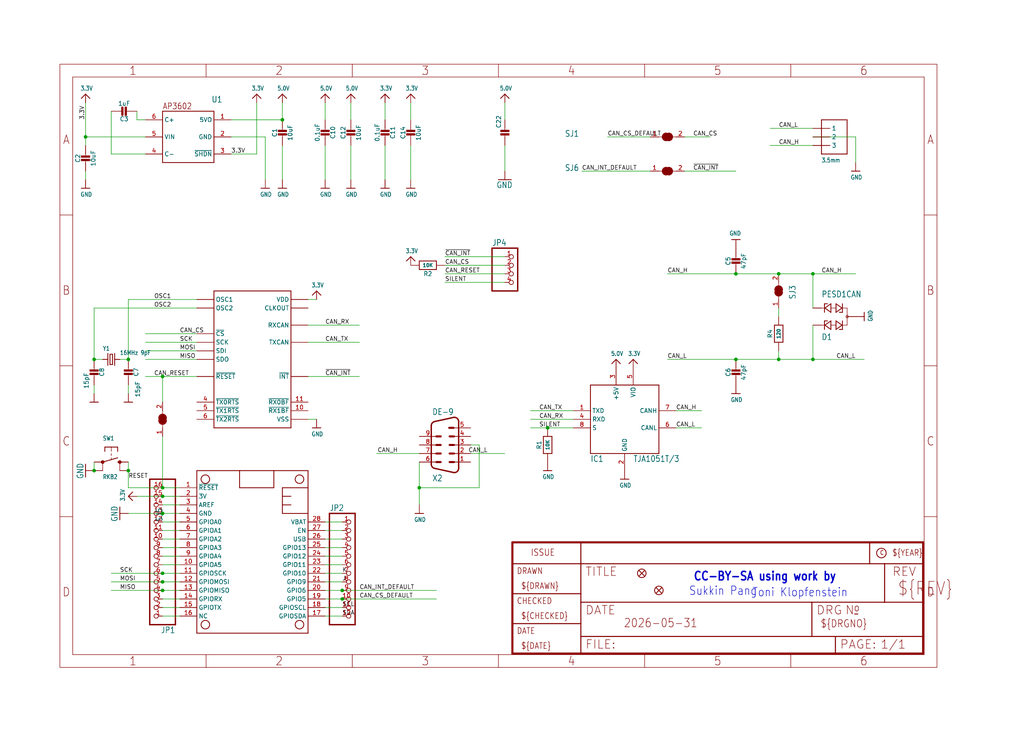
<source format=kicad_sch>
(kicad_sch (version 20231120) (generator "eeschema") (generator_version "8.0")
  (paper "User" 303.962 217.322)
  (lib_symbols
    (symbol "Untitled-eagle-import:3.3V" (power)
      (symbol "3.3V_1_0"
        (pin power_in line (at 0 -2.54 90) (length 2.54) (name "3.3V") (number "1"))
      )
    )
    (symbol "Untitled-eagle-import:5.0V" (power)
      (symbol "5.0V_1_0"
        (pin power_in line (at 0 -2.54 90) (length 2.54) (name "5.0V") (number "1"))
      )
    )
    (symbol "Untitled-eagle-import:AP3602"
      (property "Reference" "IC" (at -7.62 -10.16 0))
      (symbol "AP3602_1_0"
        (text "AP3602" (at 7.62 10.16 0) (effects (font (size 1.778 1.5113)) (justify right top)))
        (pin power_in line (at -12.7 5.08 0) (length 5.08) (name "5VO") (number "1"))
        (pin power_in line (at -12.7 0 0) (length 5.08) (name "GND") (number "2"))
        (pin input line (at -12.7 -5.08 0) (length 5.08) (name "~{SHDN}") (number "3"))
        (pin bidirectional line (at 12.7 -5.08 180) (length 5.08) (name "C-") (number "4"))
        (pin power_in line (at 12.7 0 180) (length 5.08) (name "VIN") (number "5"))
        (pin bidirectional line (at 12.7 5.08 180) (length 5.08) (name "C+") (number "6"))
      )
    )
    (symbol "Untitled-eagle-import:CAN_TRANSCIEVER_TCAN1051V"
      (property "Reference" "IC" (at -10.16 -12.7 0))
      (symbol "CAN_TRANSCIEVER_TCAN1051V_1_0"
        (pin input line (at -15.24 2.54 0) (length 5.08) (name "TXD") (number "1"))
        (pin power_in line (at 0 -15.24 90) (length 5.08) (name "GND") (number "2"))
        (pin power_in line (at -2.54 15.24 270) (length 5.08) (name "+5V") (number "3"))
        (pin output line (at -15.24 0 0) (length 5.08) (name "RXD") (number "4"))
        (pin power_in line (at 2.54 15.24 270) (length 5.08) (name "VIO") (number "5"))
        (pin bidirectional line (at 15.24 -2.54 180) (length 5.08) (name "CANL") (number "6"))
        (pin bidirectional line (at 15.24 2.54 180) (length 5.08) (name "CANH") (number "7"))
        (pin input line (at -15.24 -2.54 0) (length 5.08) (name "S") (number "8"))
      )
    )
    (symbol "Untitled-eagle-import:CAP_CERAMIC0603_NO"
      (property "Reference" "C" (at -2.29 1.25 90))
      (symbol "CAP_CERAMIC0603_NO_1_0"
        (pin passive line (at 0 5.08 270) (length 2.54) (name "1") (number "1"))
        (pin passive line (at 0 -2.54 90) (length 2.54) (name "2") (number "2"))
      )
    )
    (symbol "Untitled-eagle-import:CAP_CERAMIC0805-NOOUTLINE"
      (property "Reference" "C" (at -2.29 1.25 90))
      (symbol "CAP_CERAMIC0805-NOOUTLINE_1_0"
        (pin passive line (at 0 5.08 270) (length 2.54) (name "1") (number "1"))
        (pin passive line (at 0 -2.54 90) (length 2.54) (name "2") (number "2"))
      )
    )
    (symbol "Untitled-eagle-import:CRYSTAL3.2X2.5"
      (property "Reference" "Y" (at -2.54 2.54 0))
      (symbol "CRYSTAL3.2X2.5_1_0"
        (pin passive line (at -2.54 0 0) (length 0) (name "1") (number "1"))
        (pin passive line (at 2.54 0 180) (length 0) (name "2") (number "2"))
      )
    )
    (symbol "Untitled-eagle-import:FEATHERWING_NODIM"
      (symbol "FEATHERWING_NODIM_1_0"
        (pin input line (at 5.08 -5.08 90) (length 5.08) (name "~{RESET}") (number "1"))
        (pin bidirectional line (at 27.94 -5.08 90) (length 5.08) (name "GPIOA5") (number "10"))
        (pin bidirectional line (at 30.48 -5.08 90) (length 5.08) (name "GPIOSCK") (number "11"))
        (pin bidirectional line (at 33.02 -5.08 90) (length 5.08) (name "GPIOMOSI") (number "12"))
        (pin bidirectional line (at 35.56 -5.08 90) (length 5.08) (name "GPIOMISO") (number "13"))
        (pin bidirectional line (at 38.1 -5.08 90) (length 5.08) (name "GPIORX") (number "14"))
        (pin bidirectional line (at 40.64 -5.08 90) (length 5.08) (name "GPIOTX") (number "15"))
        (pin passive line (at 43.18 -5.08 90) (length 5.08) (name "NC") (number "16"))
        (pin bidirectional line (at 43.18 38.1 270) (length 5.08) (name "GPIOSDA") (number "17"))
        (pin bidirectional line (at 40.64 38.1 270) (length 5.08) (name "GPIOSCL") (number "18"))
        (pin bidirectional line (at 38.1 38.1 270) (length 5.08) (name "GPIO5") (number "19"))
        (pin power_in line (at 7.62 -5.08 90) (length 5.08) (name "3V") (number "2"))
        (pin bidirectional line (at 35.56 38.1 270) (length 5.08) (name "GPIO6") (number "20"))
        (pin bidirectional line (at 33.02 38.1 270) (length 5.08) (name "GPIO9") (number "21"))
        (pin bidirectional line (at 30.48 38.1 270) (length 5.08) (name "GPIO10") (number "22"))
        (pin bidirectional line (at 27.94 38.1 270) (length 5.08) (name "GPIO11") (number "23"))
        (pin bidirectional line (at 25.4 38.1 270) (length 5.08) (name "GPIO12") (number "24"))
        (pin bidirectional line (at 22.86 38.1 270) (length 5.08) (name "GPIO13") (number "25"))
        (pin power_in line (at 20.32 38.1 270) (length 5.08) (name "USB") (number "26"))
        (pin passive line (at 17.78 38.1 270) (length 5.08) (name "EN") (number "27"))
        (pin power_in line (at 15.24 38.1 270) (length 5.08) (name "VBAT") (number "28"))
        (pin passive line (at 10.16 -5.08 90) (length 5.08) (name "AREF") (number "3"))
        (pin power_in line (at 12.7 -5.08 90) (length 5.08) (name "GND") (number "4"))
        (pin bidirectional line (at 15.24 -5.08 90) (length 5.08) (name "GPIOA0") (number "5"))
        (pin bidirectional line (at 17.78 -5.08 90) (length 5.08) (name "GPIOA1") (number "6"))
        (pin bidirectional line (at 20.32 -5.08 90) (length 5.08) (name "GPIOA2") (number "7"))
        (pin bidirectional line (at 22.86 -5.08 90) (length 5.08) (name "GPIOA3") (number "8"))
        (pin bidirectional line (at 25.4 -5.08 90) (length 5.08) (name "GPIOA4") (number "9"))
      )
    )
    (symbol "Untitled-eagle-import:FIDUCIAL_1MM")
    (symbol "Untitled-eagle-import:FRAME_A4"
      (symbol "FRAME_A4_1_0"
        (text "1" (at 21.6958 1.905 0) (effects (font (size 2.54 2.286))))
        (text "1" (at 21.6958 177.165 0) (effects (font (size 2.54 2.286))))
        (text "2" (at 65.0875 1.905 0) (effects (font (size 2.54 2.286))))
        (text "2" (at 65.0875 177.165 0) (effects (font (size 2.54 2.286))))
        (text "3" (at 108.4792 1.905 0) (effects (font (size 2.54 2.286))))
        (text "3" (at 108.4792 177.165 0) (effects (font (size 2.54 2.286))))
        (text "4" (at 151.8708 1.905 0) (effects (font (size 2.54 2.286))))
        (text "4" (at 151.8708 177.165 0) (effects (font (size 2.54 2.286))))
        (text "5" (at 195.2625 1.905 0) (effects (font (size 2.54 2.286))))
        (text "5" (at 195.2625 177.165 0) (effects (font (size 2.54 2.286))))
        (text "6" (at 238.6542 1.905 0) (effects (font (size 2.54 2.286))))
        (text "6" (at 238.6542 177.165 0) (effects (font (size 2.54 2.286))))
        (text "A" (at 1.905 156.6863 0) (effects (font (size 2.54 2.286))))
        (text "A" (at 258.445 156.6863 0) (effects (font (size 2.54 2.286))))
        (text "B" (at 1.905 111.9188 0) (effects (font (size 2.54 2.286))))
        (text "B" (at 258.445 111.9188 0) (effects (font (size 2.54 2.286))))
        (text "C" (at 1.905 67.1513 0) (effects (font (size 2.54 2.286))))
        (text "C" (at 258.445 67.1513 0) (effects (font (size 2.54 2.286))))
        (text "D" (at 1.905 22.3838 0) (effects (font (size 2.54 2.286))))
        (text "D" (at 258.445 22.3838 0) (effects (font (size 2.54 2.286))))
      )
      (symbol "FRAME_A4_2_0"
        (text "${#}/${##}" (at 108.9152 2.8448 0) (effects (font (size 2.54 2.54)) (justify left bottom)))
        (text "${CHECKED}" (at 2.2352 11.7348 0) (effects (font (size 1.778 1.5113)) (justify left bottom)))
        (text "${COMPANY}" (at 23.349 29.6735 0) (effects (font (size 3.175 2.6987) (thickness 0.5397) (bold yes)) (justify left bottom)))
        (text "${CURRENT_DATE}" (at 32.7152 9.1948 0) (effects (font (size 2.54 2.159)) (justify left bottom)))
        (text "${DATE}" (at 2.2352 2.8448 0) (effects (font (size 1.778 1.5113)) (justify left bottom)))
        (text "${DRAWN}" (at 2.2352 20.6248 0) (effects (font (size 1.778 1.5113)) (justify left bottom)))
        (text "${DRGNO}" (at 91.1352 9.1948 0) (effects (font (size 2.1844 1.8567)) (justify left bottom)))
        (text "${PROJECTNAME}" (at 33.0327 2.8448 0) (effects (font (size 2.54 2.159)) (justify left bottom)))
        (text "${REV}" (at 113.9952 18.7198 0) (effects (font (size 3.81 3.2385)) (justify left bottom)))
        (text "${YEAR}" (at 112.4077 30.4673 0) (effects (font (size 1.778 1.5113)) (justify left bottom)))
        (text "C" (at 108.7564 30.7848 0) (effects (font (size 1.27 1.0795)) (justify left bottom)))
        (text "CHECKED" (at 0.9652 16.1798 0) (effects (font (size 1.778 1.5113)) (justify left bottom)))
        (text "DATE" (at 0.9652 7.2898 0) (effects (font (size 1.778 1.5113)) (justify left bottom)))
        (text "DATE" (at 21.2852 13.0048 0) (effects (font (size 2.54 2.54)) (justify left bottom)))
        (text "DRAWN" (at 0.9652 25.0698 0) (effects (font (size 1.778 1.5113)) (justify left bottom)))
        (text "DRG" (at 89.8652 13.0048 0) (effects (font (size 2.54 2.54)) (justify left bottom)))
        (text "FILE:" (at 21.2852 2.8448 0) (effects (font (size 2.54 2.54)) (justify left bottom)))
        (text "ISSUE" (at 5.0927 30.4673 0) (effects (font (size 1.9304 1.6408)) (justify left bottom)))
        (text "N" (at 98.4377 13.0048 0) (effects (font (size 2.54 2.54)) (justify left bottom)))
        (text "o" (at 100.9777 13.9573 0) (effects (font (size 2.1844 1.8567)) (justify left bottom)))
        (text "PAGE:" (at 96.8502 2.8448 0) (effects (font (size 2.54 2.54)) (justify left bottom)))
        (text "REV" (at 112.4077 24.4348 0) (effects (font (size 2.54 2.54)) (justify left bottom)))
        (text "TITLE" (at 21.2852 24.4348 0) (effects (font (size 2.54 2.54)) (justify left bottom)))
      )
    )
    (symbol "Untitled-eagle-import:GND" (power)
      (symbol "GND_1_0"
        (pin power_in line (at 0 2.54 270) (length 2.54) (name "GND") (number "1"))
      )
    )
    (symbol "Untitled-eagle-import:HEADER-1X12"
      (property "Reference" "JP" (at -6.35 18.415 0))
      (symbol "HEADER-1X12_1_0"
        (pin passive inverted (at -2.54 15.24 0) (length 2.54) (name "1") (number "1"))
        (pin passive inverted (at -2.54 -7.62 0) (length 2.54) (name "10") (number "10"))
        (pin passive inverted (at -2.54 -10.16 0) (length 2.54) (name "11") (number "11"))
        (pin passive inverted (at -2.54 -12.7 0) (length 2.54) (name "12") (number "12"))
        (pin passive inverted (at -2.54 12.7 0) (length 2.54) (name "2") (number "2"))
        (pin passive inverted (at -2.54 10.16 0) (length 2.54) (name "3") (number "3"))
        (pin passive inverted (at -2.54 7.62 0) (length 2.54) (name "4") (number "4"))
        (pin passive inverted (at -2.54 5.08 0) (length 2.54) (name "5") (number "5"))
        (pin passive inverted (at -2.54 2.54 0) (length 2.54) (name "6") (number "6"))
        (pin passive inverted (at -2.54 0 0) (length 2.54) (name "7") (number "7"))
        (pin passive inverted (at -2.54 -2.54 0) (length 2.54) (name "8") (number "8"))
        (pin passive inverted (at -2.54 -5.08 0) (length 2.54) (name "9") (number "9"))
      )
    )
    (symbol "Untitled-eagle-import:HEADER-1X16ROUND"
      (property "Reference" "JP" (at -6.35 20.955 0))
      (symbol "HEADER-1X16ROUND_1_0"
        (pin passive inverted (at -2.54 17.78 0) (length 2.54) (name "1") (number "1"))
        (pin passive inverted (at -2.54 -5.08 0) (length 2.54) (name "10") (number "10"))
        (pin passive inverted (at -2.54 -7.62 0) (length 2.54) (name "11") (number "11"))
        (pin passive inverted (at -2.54 -10.16 0) (length 2.54) (name "12") (number "12"))
        (pin passive inverted (at -2.54 -12.7 0) (length 2.54) (name "13") (number "13"))
        (pin passive inverted (at -2.54 -15.24 0) (length 2.54) (name "14") (number "14"))
        (pin passive inverted (at -2.54 -17.78 0) (length 2.54) (name "15") (number "15"))
        (pin passive inverted (at -2.54 -20.32 0) (length 2.54) (name "16") (number "16"))
        (pin passive inverted (at -2.54 15.24 0) (length 2.54) (name "2") (number "2"))
        (pin passive inverted (at -2.54 12.7 0) (length 2.54) (name "3") (number "3"))
        (pin passive inverted (at -2.54 10.16 0) (length 2.54) (name "4") (number "4"))
        (pin passive inverted (at -2.54 7.62 0) (length 2.54) (name "5") (number "5"))
        (pin passive inverted (at -2.54 5.08 0) (length 2.54) (name "6") (number "6"))
        (pin passive inverted (at -2.54 2.54 0) (length 2.54) (name "7") (number "7"))
        (pin passive inverted (at -2.54 0 0) (length 2.54) (name "8") (number "8"))
        (pin passive inverted (at -2.54 -2.54 0) (length 2.54) (name "9") (number "9"))
      )
    )
    (symbol "Untitled-eagle-import:HEADER-1X4ROUND"
      (property "Reference" "JP" (at -6.35 8.255 0))
      (symbol "HEADER-1X4ROUND_1_0"
        (pin passive inverted (at -2.54 5.08 0) (length 2.54) (name "1") (number "1"))
        (pin passive inverted (at -2.54 2.54 0) (length 2.54) (name "2") (number "2"))
        (pin passive inverted (at -2.54 0 0) (length 2.54) (name "3") (number "3"))
        (pin passive inverted (at -2.54 -2.54 0) (length 2.54) (name "4") (number "4"))
      )
    )
    (symbol "Untitled-eagle-import:M09D"
      (property "Reference" "X" (at -3.81 8.89 0))
      (symbol "M09D_1_0"
        (pin passive line (at 7.62 5.08 180) (length 5.08) (name "1") (number "1"))
        (pin passive line (at 7.62 2.54 180) (length 5.08) (name "2") (number "2"))
        (pin passive line (at 7.62 0 180) (length 5.08) (name "3") (number "3"))
        (pin passive line (at 7.62 -2.54 180) (length 5.08) (name "4") (number "4"))
        (pin passive line (at 7.62 -5.08 180) (length 5.08) (name "5") (number "5"))
        (pin passive line (at -7.62 5.08 0) (length 5.08) (name "6") (number "6"))
        (pin passive line (at -7.62 2.54 0) (length 5.08) (name "7") (number "7"))
        (pin passive line (at -7.62 0 0) (length 5.08) (name "8") (number "8"))
        (pin passive line (at -7.62 -2.54 0) (length 5.08) (name "9") (number "9"))
      )
    )
    (symbol "Untitled-eagle-import:MCP2515/SO"
      (symbol "MCP2515/SO_1_0"
        (pin bidirectional line (at 17.78 5.08 180) (length 5.08) (name "TXCAN") (number "1"))
        (pin bidirectional line (at 17.78 -15.24 180) (length 5.08) (name "~{RX1BF}") (number "10"))
        (pin bidirectional line (at 17.78 -12.7 180) (length 5.08) (name "~{RX0BF}") (number "11"))
        (pin bidirectional line (at 17.78 -5.08 180) (length 5.08) (name "~{INT}") (number "12"))
        (pin input line (at -15.24 5.08 0) (length 5.08) (name "SCK") (number "13"))
        (pin input line (at -15.24 2.54 0) (length 5.08) (name "SDI") (number "14"))
        (pin output line (at -15.24 0 0) (length 5.08) (name "SDO") (number "15"))
        (pin input line (at -15.24 7.62 0) (length 5.08) (name "~{CS}") (number "16"))
        (pin input line (at -15.24 -5.08 0) (length 5.08) (name "~{RESET}") (number "17"))
        (pin power_in line (at 17.78 17.78 180) (length 5.08) (name "VDD") (number "18"))
        (pin bidirectional line (at 17.78 10.16 180) (length 5.08) (name "RXCAN") (number "2"))
        (pin output line (at 17.78 15.24 180) (length 5.08) (name "CLKOUT") (number "3"))
        (pin bidirectional line (at -15.24 -12.7 0) (length 5.08) (name "~{TX0RTS}") (number "4"))
        (pin bidirectional line (at -15.24 -15.24 0) (length 5.08) (name "~{TX1RTS}") (number "5"))
        (pin bidirectional line (at -15.24 -17.78 0) (length 5.08) (name "~{TX2RTS}") (number "6"))
        (pin bidirectional line (at -15.24 15.24 0) (length 5.08) (name "OSC2") (number "7"))
        (pin bidirectional line (at -15.24 17.78 0) (length 5.08) (name "OSC1") (number "8"))
        (pin power_in line (at 17.78 -17.78 180) (length 5.08) (name "VSS") (number "9"))
      )
    )
    (symbol "Untitled-eagle-import:PESD1CAN"
      (property "Reference" "D" (at -5.08 5.08 0))
      (symbol "PESD1CAN_1_0"
        (pin passive line (at -7.62 2.54 0) (length 2.54) (name "1") (number "1"))
        (pin passive line (at -7.62 -2.54 0) (length 2.54) (name "2") (number "2"))
        (pin passive line (at 5.08 0 180) (length 2.54) (name "3") (number "3"))
      )
    )
    (symbol "Untitled-eagle-import:RESISTOR_0603_NOOUT"
      (property "Reference" "R" (at 0 2.54 0))
      (symbol "RESISTOR_0603_NOOUT_1_0"
        (pin passive line (at -5.08 0 0) (length 2.54) (name "1") (number "1"))
        (pin passive line (at 5.08 0 180) (length 2.54) (name "2") (number "2"))
      )
    )
    (symbol "Untitled-eagle-import:SOLDERJUMPER_CLOSED"
      (property "Reference" "SJ" (at -2.54 2.54 0))
      (symbol "SOLDERJUMPER_CLOSED_1_0"
        (pin passive line (at -5.08 0 0) (length 2.54) (name "1") (number "1"))
        (pin passive line (at 5.08 0 180) (length 2.54) (name "2") (number "2"))
      )
    )
    (symbol "Untitled-eagle-import:SWITCH_TACT_SMT_RKB2"
      (property "Reference" "SW" (at -2.54 6.35 0))
      (symbol "SWITCH_TACT_SMT_RKB2_1_0"
        (pin passive line (at -5.08 0 0) (length 2.54) (name "P") (number "A"))
        (pin passive line (at -5.08 -2.54 0) (length 2.54) (name "P1") (number "A'"))
        (pin passive line (at 5.08 0 180) (length 2.54) (name "S") (number "B"))
        (pin passive line (at 5.08 -2.54 180) (length 2.54) (name "S1") (number "B'"))
      )
    )
    (symbol "Untitled-eagle-import:SparkFun-Aesthetics_GND" (power)
      (symbol "SparkFun-Aesthetics_GND_1_0"
        (pin power_in line (at 0 2.54 270) (length 2.54) (name "GND") (number "1"))
      )
    )
    (symbol "Untitled-eagle-import:TERMBLOCK_1X3"
      (property "Reference" "X" (at -2.54 7.62 0))
      (symbol "TERMBLOCK_1X3_1_0"
        (pin passive line (at -5.08 2.54 0) (length 5.08) (name "1") (number "1"))
        (pin passive line (at -5.08 0 0) (length 5.08) (name "2") (number "2"))
        (pin passive line (at -5.08 -2.54 0) (length 5.08) (name "3") (number "3"))
      )
    )
    (symbol "Untitled-eagle-import:microbuilder_GND" (power)
      (symbol "microbuilder_GND_1_0"
        (pin power_in line (at 0 2.54 270) (length 2.54) (name "GND") (number "1"))
      )
    )
  )
  (junction (at 48.26 147.32))
  (junction (at 48.26 172.72))
  (junction (at 124.46 144.78))
  (junction (at 48.26 152.4))
  (junction (at 83.82 35.56))
  (junction (at 48.26 170.18))
  (junction (at 27.94 139.7))
  (junction (at 38.1 139.7))
  (junction (at 38.1 106.68))
  (junction (at 231.14 81.28))
  (junction (at 241.3 106.68))
  (junction (at 231.14 106.68))
  (junction (at 162.56 127))
  (junction (at 27.94 106.68))
  (junction (at 241.3 81.28))
  (junction (at 48.26 111.76))
  (junction (at 101.6 175.26))
  (junction (at 48.26 144.78))
  (junction (at 218.44 106.68))
  (junction (at 101.6 177.8))
  (junction (at 218.44 81.28))
  (junction (at 25.4 40.64))
  (junction (at 48.26 175.26))
  (wire (pts (xy 101.6 162.56) (xy 96.52 162.56)) (stroke (width 0.1524)))
  (wire (pts (xy 231.14 81.28) (xy 241.3 81.28)) (stroke (width 0.1524)))
  (wire (pts (xy 48.26 175.26) (xy 33.02 175.26)) (stroke (width 0.1524)))
  (wire (pts (xy 48.26 170.18) (xy 53.34 170.18)) (stroke (width 0.1524)))
  (wire (pts (xy 241.3 106.68) (xy 256.54 106.68)) (stroke (width 0.1524)))
  (wire (pts (xy 101.6 177.8) (xy 129.54 177.8)) (stroke (width 0.1524)))
  (wire (pts (xy 101.6 167.64) (xy 96.52 167.64)) (stroke (width 0.1524)))
  (wire (pts (xy 106.68 96.52) (xy 91.44 96.52)) (stroke (width 0.1524)))
  (wire (pts (xy 101.6 165.1) (xy 96.52 165.1)) (stroke (width 0.1524)))
  (wire (pts (xy 104.14 43.18) (xy 104.14 53.34)) (stroke (width 0.1524)))
  (wire (pts (xy 254 40.64) (xy 254 48.26)) (stroke (width 0.1524)))
  (wire (pts (xy 139.7 134.62) (xy 149.86 134.62)) (stroke (width 0.1524)))
  (wire (pts (xy 101.6 160.02) (xy 96.52 160.02)) (stroke (width 0.1524)))
  (wire (pts (xy 200.66 127) (xy 208.28 127)) (stroke (width 0.1524)))
  (wire (pts (xy 48.26 152.4) (xy 53.34 152.4)) (stroke (width 0.1524)))
  (wire (pts (xy 121.92 43.18) (xy 121.92 53.34)) (stroke (width 0.1524)))
  (wire (pts (xy 142.24 132.08) (xy 142.24 144.78)) (stroke (width 0.1524)))
  (wire (pts (xy 101.6 177.8) (xy 96.52 177.8)) (stroke (width 0.1524)))
  (wire (pts (xy 96.52 35.56) (xy 96.52 30.48)) (stroke (width 0.1524)))
  (wire (pts (xy 48.26 182.88) (xy 53.34 182.88)) (stroke (width 0.1524)))
  (wire (pts (xy 48.26 149.86) (xy 53.34 149.86)) (stroke (width 0.1524)))
  (wire (pts (xy 96.52 53.34) (xy 96.52 43.18)) (stroke (width 0.1524)))
  (wire (pts (xy 231.14 106.68) (xy 231.14 104.14)) (stroke (width 0.1524)))
  (wire (pts (xy 121.92 30.48) (xy 121.92 35.56)) (stroke (width 0.1524)))
  (wire (pts (xy 83.82 35.56) (xy 83.82 30.48)) (stroke (width 0.1524)))
  (wire (pts (xy 149.86 83.82) (xy 132.08 83.82)) (stroke (width 0.1524)))
  (wire (pts (xy 40.64 33.02) (xy 40.64 35.56)) (stroke (width 0.1524)))
  (wire (pts (xy 78.74 40.64) (xy 68.58 40.64)) (stroke (width 0.1524)))
  (wire (pts (xy 218.44 81.28) (xy 231.14 81.28)) (stroke (width 0.1524)))
  (wire (pts (xy 83.82 43.18) (xy 83.82 53.34)) (stroke (width 0.1524)))
  (wire (pts (xy 58.42 91.44) (xy 27.94 91.44)) (stroke (width 0.1524)))
  (wire (pts (xy 106.68 111.76) (xy 91.44 111.76)) (stroke (width 0.1524)))
  (wire (pts (xy 38.1 144.78) (xy 48.26 144.78)) (stroke (width 0.1524)))
  (wire (pts (xy 43.18 40.64) (xy 25.4 40.64)) (stroke (width 0.1524)))
  (wire (pts (xy 38.1 106.68) (xy 35.56 106.68)) (stroke (width 0.1524)))
  (wire (pts (xy 124.46 134.62) (xy 111.76 134.62)) (stroke (width 0.1524)))
  (wire (pts (xy 78.74 53.34) (xy 78.74 40.64)) (stroke (width 0.1524)))
  (wire (pts (xy 124.46 144.78) (xy 124.46 137.16)) (stroke (width 0.1524)))
  (wire (pts (xy 48.26 119.38) (xy 48.26 111.76)) (stroke (width 0.1524)))
  (wire (pts (xy 124.46 149.86) (xy 124.46 144.78)) (stroke (width 0.1524)))
  (wire (pts (xy 241.3 91.44) (xy 241.3 81.28)) (stroke (width 0.1524)))
  (wire (pts (xy 241.3 40.64) (xy 254 40.64)) (stroke (width 0.1524)))
  (wire (pts (xy 48.26 177.8) (xy 53.34 177.8)) (stroke (width 0.1524)))
  (wire (pts (xy 170.18 124.46) (xy 157.48 124.46)) (stroke (width 0.1524)))
  (wire (pts (xy 27.94 139.7) (xy 27.94 137.16)) (stroke (width 0.1524)))
  (wire (pts (xy 38.1 137.16) (xy 38.1 139.7)) (stroke (width 0.1524)))
  (wire (pts (xy 203.2 40.64) (xy 210.82 40.64)) (stroke (width 0.1524)))
  (wire (pts (xy 58.42 111.76) (xy 48.26 111.76)) (stroke (width 0.1524)))
  (wire (pts (xy 68.58 45.72) (xy 76.2 45.72)) (stroke (width 0.1524)))
  (wire (pts (xy 198.12 81.28) (xy 218.44 81.28)) (stroke (width 0.1524)))
  (wire (pts (xy 68.58 35.56) (xy 83.82 35.56)) (stroke (width 0.1524)))
  (wire (pts (xy 149.86 50.8) (xy 149.86 43.18)) (stroke (width 0.1524)))
  (wire (pts (xy 27.94 114.3) (xy 27.94 116.84)) (stroke (width 0.1524)))
  (wire (pts (xy 93.98 124.46) (xy 91.44 124.46)) (stroke (width 0.1524)))
  (wire (pts (xy 27.94 91.44) (xy 27.94 106.68)) (stroke (width 0.1524)))
  (wire (pts (xy 48.26 144.78) (xy 48.26 129.54)) (stroke (width 0.1524)))
  (wire (pts (xy 101.6 170.18) (xy 96.52 170.18)) (stroke (width 0.1524)))
  (wire (pts (xy 142.24 144.78) (xy 124.46 144.78)) (stroke (width 0.1524)))
  (wire (pts (xy 218.44 106.68) (xy 231.14 106.68)) (stroke (width 0.1524)))
  (wire (pts (xy 38.1 114.3) (xy 38.1 116.84)) (stroke (width 0.1524)))
  (wire (pts (xy 149.86 81.28) (xy 132.08 81.28)) (stroke (width 0.1524)))
  (wire (pts (xy 193.04 40.64) (xy 180.34 40.64)) (stroke (width 0.1524)))
  (wire (pts (xy 25.4 40.64) (xy 25.4 43.18)) (stroke (width 0.1524)))
  (wire (pts (xy 101.6 172.72) (xy 96.52 172.72)) (stroke (width 0.1524)))
  (wire (pts (xy 170.18 127) (xy 162.56 127)) (stroke (width 0.1524)))
  (wire (pts (xy 40.64 35.56) (xy 43.18 35.56)) (stroke (width 0.1524)))
  (wire (pts (xy 132.08 76.2) (xy 149.86 76.2)) (stroke (width 0.1524)))
  (wire (pts (xy 241.3 43.18) (xy 228.6 43.18)) (stroke (width 0.1524)))
  (wire (pts (xy 38.1 139.7) (xy 38.1 144.78)) (stroke (width 0.1524)))
  (wire (pts (xy 170.18 121.92) (xy 157.48 121.92)) (stroke (width 0.1524)))
  (wire (pts (xy 76.2 30.48) (xy 76.2 45.72)) (stroke (width 0.1524)))
  (wire (pts (xy 241.3 81.28) (xy 254 81.28)) (stroke (width 0.1524)))
  (wire (pts (xy 25.4 40.64) (xy 25.4 30.48)) (stroke (width 0.1524)))
  (wire (pts (xy 48.26 180.34) (xy 53.34 180.34)) (stroke (width 0.1524)))
  (wire (pts (xy 101.6 182.88) (xy 96.52 182.88)) (stroke (width 0.1524)))
  (wire (pts (xy 101.6 175.26) (xy 129.54 175.26)) (stroke (width 0.1524)))
  (wire (pts (xy 114.3 35.56) (xy 114.3 30.48)) (stroke (width 0.1524)))
  (wire (pts (xy 48.26 162.56) (xy 53.34 162.56)) (stroke (width 0.1524)))
  (wire (pts (xy 43.18 106.68) (xy 58.42 106.68)) (stroke (width 0.1524)))
  (wire (pts (xy 162.56 127) (xy 157.48 127)) (stroke (width 0.1524)))
  (wire (pts (xy 114.3 53.34) (xy 114.3 43.18)) (stroke (width 0.1524)))
  (wire (pts (xy 241.3 96.52) (xy 241.3 106.68)) (stroke (width 0.1524)))
  (wire (pts (xy 38.1 152.4) (xy 48.26 152.4)) (stroke (width 0.1524)))
  (wire (pts (xy 43.18 101.6) (xy 58.42 101.6)) (stroke (width 0.1524)))
  (wire (pts (xy 33.02 45.72) (xy 33.02 33.02)) (stroke (width 0.1524)))
  (wire (pts (xy 139.7 132.08) (xy 142.24 132.08)) (stroke (width 0.1524)))
  (wire (pts (xy 48.26 144.78) (xy 53.34 144.78)) (stroke (width 0.1524)))
  (wire (pts (xy 43.18 99.06) (xy 58.42 99.06)) (stroke (width 0.1524)))
  (wire (pts (xy 48.26 167.64) (xy 53.34 167.64)) (stroke (width 0.1524)))
  (wire (pts (xy 53.34 147.32) (xy 48.26 147.32)) (stroke (width 0.1524)))
  (wire (pts (xy 231.14 91.44) (xy 231.14 93.98)) (stroke (width 0.1524)))
  (wire (pts (xy 48.26 160.02) (xy 53.34 160.02)) (stroke (width 0.1524)))
  (wire (pts (xy 231.14 106.68) (xy 241.3 106.68)) (stroke (width 0.1524)))
  (wire (pts (xy 43.18 45.72) (xy 33.02 45.72)) (stroke (width 0.1524)))
  (wire (pts (xy 101.6 180.34) (xy 96.52 180.34)) (stroke (width 0.1524)))
  (wire (pts (xy 48.26 157.48) (xy 53.34 157.48)) (stroke (width 0.1524)))
  (wire (pts (xy 93.98 88.9) (xy 91.44 88.9)) (stroke (width 0.1524)))
  (wire (pts (xy 198.12 106.68) (xy 218.44 106.68)) (stroke (width 0.1524)))
  (wire (pts (xy 193.04 50.8) (xy 172.72 50.8)) (stroke (width 0.1524)))
  (wire (pts (xy 48.26 147.32) (xy 40.64 147.32)) (stroke (width 0.1524)))
  (wire (pts (xy 48.26 154.94) (xy 53.34 154.94)) (stroke (width 0.1524)))
  (wire (pts (xy 25.4 50.8) (xy 25.4 53.34)) (stroke (width 0.1524)))
  (wire (pts (xy 149.86 78.74) (xy 132.08 78.74)) (stroke (width 0.1524)))
  (wire (pts (xy 104.14 35.56) (xy 104.14 30.48)) (stroke (width 0.1524)))
  (wire (pts (xy 58.42 88.9) (xy 38.1 88.9)) (stroke (width 0.1524)))
  (wire (pts (xy 48.26 170.18) (xy 33.02 170.18)) (stroke (width 0.1524)))
  (wire (pts (xy 241.3 38.1) (xy 228.6 38.1)) (stroke (width 0.1524)))
  (wire (pts (xy 48.26 172.72) (xy 53.34 172.72)) (stroke (width 0.1524)))
  (wire (pts (xy 106.68 101.6) (xy 91.44 101.6)) (stroke (width 0.1524)))
  (wire (pts (xy 43.18 104.14) (xy 58.42 104.14)) (stroke (width 0.1524)))
  (wire (pts (xy 101.6 154.94) (xy 96.52 154.94)) (stroke (width 0.1524)))
  (wire (pts (xy 101.6 157.48) (xy 96.52 157.48)) (stroke (width 0.1524)))
  (wire (pts (xy 27.94 106.68) (xy 30.48 106.68)) (stroke (width 0.1524)))
  (wire (pts (xy 101.6 175.26) (xy 96.52 175.26)) (stroke (width 0.1524)))
  (wire (pts (xy 48.26 111.76) (xy 43.18 111.76)) (stroke (width 0.1524)))
  (wire (pts (xy 200.66 121.92) (xy 208.28 121.92)) (stroke (width 0.1524)))
  (wire (pts (xy 48.26 172.72) (xy 33.02 172.72)) (stroke (width 0.1524)))
  (wire (pts (xy 48.26 165.1) (xy 53.34 165.1)) (stroke (width 0.1524)))
  (wire (pts (xy 38.1 106.68) (xy 38.1 88.9)) (stroke (width 0.1524)))
  (wire (pts (xy 218.44 50.8) (xy 203.2 50.8)) (stroke (width 0.1524)))
  (wire (pts (xy 149.86 35.56) (xy 149.86 30.48)) (stroke (width 0.1524)))
  (wire (pts (xy 48.26 175.26) (xy 53.34 175.26)) (stroke (width 0.1524)))
  (text "CC-BY-SA using work by" (at 205.74 172.72 0) (effects (font (size 2.54 2.159) (thickness 0.4318) (bold yes)) (justify left bottom)))
  (text "Sukkin Pang" (at 204.47 177.038 0) (effects (font (size 2.54 2.159)) (justify left bottom)))
  (text "Toni Klopfenstein" (at 251.714 174.498 0) (effects (font (size 2.54 2.159)) (justify right top)))
  (label "SILENT" (at 160.02 127 0) (effects (font (size 1.2446 1.2446))))
  (label "CAN_H" (at 231.14 43.18 0) (effects (font (size 1.2446 1.2446))))
  (label "SCK" (at 35.56 170.18 0) (effects (font (size 1.2446 1.2446))))
  (label "OSC1" (at 45.72 88.9 0) (effects (font (size 1.2446 1.2446))))
  (label "~{CAN_INT}" (at 96.52 111.76 0) (effects (font (size 1.2446 1.2446))))
  (label "CAN_INT_DEFAULT" (at 172.72 50.8 0) (effects (font (size 1.2446 1.2446))))
  (label "MISO" (at 35.56 175.26 0) (effects (font (size 1.2446 1.2446))))
  (label "K" (at 101.6 170.18 0) (effects (font (size 1.2446 1.2446))))
  (label "MOSI" (at 53.34 104.14 0) (effects (font (size 1.2446 1.2446))))
  (label "3.3V" (at 68.58 45.72 0) (effects (font (size 1.2446 1.2446))))
  (label "MISO" (at 53.34 106.68 0) (effects (font (size 1.2446 1.2446))))
  (label "~{CAN_INT}" (at 132.08 76.2 0) (effects (font (size 1.2446 1.2446))))
  (label "SDA" (at 101.6 182.88 0) (effects (font (size 1.2446 1.2446))))
  (label "CAN_L" (at 254 106.68 180) (effects (font (size 1.2446 1.2446))))
  (label "3.3V" (at 25.4 35.56 90) (effects (font (size 1.2446 1.2446))))
  (label "CAN_RX" (at 96.52 96.52 0) (effects (font (size 1.2446 1.2446))))
  (label "CAN_L" (at 200.66 127 0) (effects (font (size 1.2446 1.2446))))
  (label "CAN_L" (at 198.12 106.68 0) (effects (font (size 1.2446 1.2446))))
  (label "CAN_INT_DEFAULT" (at 106.68 175.26 0) (effects (font (size 1.2446 1.2446))))
  (label "CAN_CS" (at 205.74 40.64 0) (effects (font (size 1.2446 1.2446))))
  (label "CAN_TX" (at 96.52 101.6 0) (effects (font (size 1.2446 1.2446))))
  (label "OSC2" (at 45.72 91.44 0) (effects (font (size 1.2446 1.2446))))
  (label "CAN_CS_DEFAULT" (at 106.68 177.8 0) (effects (font (size 1.2446 1.2446))))
  (label "CAN_H" (at 118.11 134.62 180) (effects (font (size 1.2446 1.2446))))
  (label "CAN_RESET" (at 45.72 111.76 0) (effects (font (size 1.2446 1.2446))))
  (label "~{CAN_INT}" (at 205.74 50.8 0) (effects (font (size 1.2446 1.2446))))
  (label "SCK" (at 53.34 101.6 0) (effects (font (size 1.2446 1.2446))))
  (label "CAN_CS" (at 53.34 99.06 0) (effects (font (size 1.2446 1.2446))))
  (label "CAN_L" (at 231.14 38.1 0) (effects (font (size 1.2446 1.2446))))
  (label "CAN_RESET" (at 132.08 81.28 0) (effects (font (size 1.2446 1.2446))))
  (label "SCL" (at 101.6 180.34 0) (effects (font (size 1.2446 1.2446))))
  (label "CAN_TX" (at 160.02 121.92 0) (effects (font (size 1.2446 1.2446))))
  (label "CAN_RX" (at 160.02 124.46 0) (effects (font (size 1.2446 1.2446))))
  (label "RESET" (at 38.1 142.24 0) (effects (font (size 1.2446 1.2446))))
  (label "CAN_L" (at 144.78 134.62 180) (effects (font (size 1.2446 1.2446))))
  (label "CAN_CS" (at 132.08 78.74 0) (effects (font (size 1.2446 1.2446))))
  (label "CAN_CS_DEFAULT" (at 180.34 40.64 0) (effects (font (size 1.2446 1.2446))))
  (label "CAN_H" (at 200.66 121.92 0) (effects (font (size 1.2446 1.2446))))
  (label "SILENT" (at 132.08 83.82 0) (effects (font (size 1.2446 1.2446))))
  (label "J" (at 101.6 172.72 0) (effects (font (size 1.2446 1.2446))))
  (label "MOSI" (at 35.56 172.72 0) (effects (font (size 1.2446 1.2446))))
  (label "CAN_H" (at 243.84 81.28 0) (effects (font (size 1.2446 1.2446))))
  (label "CAN_H" (at 198.12 81.28 0) (effects (font (size 1.2446 1.2446))))
  (symbol (lib_id "Untitled-eagle-import:RESISTOR_0603_NOOUT") (at 127 78.74 180) (unit 1)
    (property "Reference" "R2" (at 127 81.28 0))
    (property "Value" "10K" (at 127 78.74 0) (effects (font (size 1.016 1.016) (bold yes))))
    (property "Footprint" "Untitled:0603-NO" (effects (hide yes)))
  )
  (symbol (lib_id "Untitled-eagle-import:microbuilder_GND") (at 83.82 55.88 0) (unit 1)
    (property "Reference" "#U$4" (effects (hide yes)))
    (property "Value" "GND" (at 82.296 58.42 0) (effects (font (size 1.27 1.0795)) (justify left bottom)))
  )
  (symbol (lib_id "Untitled-eagle-import:3.3V") (at 38.1 147.32 90) (unit 1)
    (property "Reference" "#U$1" (effects (hide yes)))
    (property "Value" "3.3V" (at 37.084 148.844 0) (effects (font (size 1.27 1.0795)) (justify left bottom)))
  )
  (symbol (lib_id "Untitled-eagle-import:microbuilder_GND") (at 254 50.8 0) (unit 1)
    (property "Reference" "#U$25" (effects (hide yes)))
    (property "Value" "GND" (at 252.476 53.34 0) (effects (font (size 1.27 1.0795)) (justify left bottom)))
  )
  (symbol (lib_id "Untitled-eagle-import:CAN_TRANSCIEVER_TCAN1051V") (at 185.42 124.46 0) (unit 1)
    (property "Reference" "IC1" (at 175.26 137.16 0) (effects (font (size 1.778 1.5113)) (justify left bottom)))
    (property "Value" "TJA1051T/3" (at 187.96 137.16 0) (effects (font (size 1.778 1.5113)) (justify left bottom)))
    (property "Footprint" "Untitled:SOIC8_150MIL" (effects (hide yes)))
  )
  (symbol (lib_id "Untitled-eagle-import:microbuilder_GND") (at 256.54 93.98 90) (unit 1)
    (property "Reference" "#U$28" (effects (hide yes)))
    (property "Value" "GND" (at 259.08 95.504 0) (effects (font (size 1.27 1.0795)) (justify left bottom)))
  )
  (symbol (lib_id "Untitled-eagle-import:CAP_CERAMIC0603_NO") (at 218.44 111.76 0) (unit 1)
    (property "Reference" "C6" (at 216.15 110.51 90))
    (property "Value" "47pF" (at 220.74 110.51 90))
    (property "Footprint" "Untitled:0603-NO" (effects (hide yes)))
  )
  (symbol (lib_id "Untitled-eagle-import:CAP_CERAMIC0805-NOOUTLINE") (at 121.92 40.64 0) (unit 1)
    (property "Reference" "C14" (at 119.63 39.39 90))
    (property "Value" "10uF" (at 124.22 39.39 90))
    (property "Footprint" "Untitled:0805-NO" (effects (hide yes)))
  )
  (symbol (lib_id "Untitled-eagle-import:CAP_CERAMIC0603_NO") (at 96.52 38.1 180) (unit 1)
    (property "Reference" "C10" (at 98.81 39.35 90))
    (property "Value" "0.1uF" (at 94.22 39.35 90))
    (property "Footprint" "Untitled:0603-NO" (effects (hide yes)))
  )
  (symbol (lib_id "Untitled-eagle-import:SWITCH_TACT_SMT_RKB2") (at 33.02 137.16 0) (unit 1)
    (property "Reference" "SW1" (at 30.48 130.81 0) (effects (font (size 1.27 1.0795)) (justify left bottom)))
    (property "Value" "RKB2" (at 30.48 142.24 0) (effects (font (size 1.27 1.0795)) (justify left bottom)))
    (property "Footprint" "Untitled:BTN_RKB2_4.6X2.8" (effects (hide yes)))
  )
  (symbol (lib_id "Untitled-eagle-import:microbuilder_GND") (at 38.1 119.38 0) (unit 1)
    (property "Reference" "#U$23" (effects (hide yes)))
    (property "Value" "GND" (effects (hide yes)))
  )
  (symbol (lib_id "Untitled-eagle-import:microbuilder_GND") (at 25.4 55.88 0) (unit 1)
    (property "Reference" "#U$5" (effects (hide yes)))
    (property "Value" "GND" (at 23.876 58.42 0) (effects (font (size 1.27 1.0795)) (justify left bottom)))
  )
  (symbol (lib_id "Untitled-eagle-import:microbuilder_GND") (at 121.92 55.88 0) (unit 1)
    (property "Reference" "#U$14" (effects (hide yes)))
    (property "Value" "GND" (at 120.396 58.42 0) (effects (font (size 1.27 1.0795)) (justify left bottom)))
  )
  (symbol (lib_id "Untitled-eagle-import:microbuilder_GND") (at 162.56 139.7 0) (unit 1)
    (property "Reference" "#U$12" (effects (hide yes)))
    (property "Value" "GND" (at 161.036 142.24 0) (effects (font (size 1.27 1.0795)) (justify left bottom)))
  )
  (symbol (lib_id "Untitled-eagle-import:3.3V") (at 76.2 27.94 0) (unit 1)
    (property "Reference" "#U$2" (effects (hide yes)))
    (property "Value" "3.3V" (at 74.676 26.924 0) (effects (font (size 1.27 1.0795)) (justify left bottom)))
  )
  (symbol (lib_id "Untitled-eagle-import:GND") (at 35.56 152.4 270) (mirror x) (unit 1)
    (property "Reference" "#GND4" (effects (hide yes)))
    (property "Value" "GND" (at 33.02 154.94 0) (effects (font (size 1.778 1.5113)) (justify left bottom)))
  )
  (symbol (lib_id "Untitled-eagle-import:CAP_CERAMIC0805-NOOUTLINE") (at 83.82 40.64 0) (unit 1)
    (property "Reference" "C1" (at 81.53 39.39 90))
    (property "Value" "10uF" (at 86.12 39.39 90))
    (property "Footprint" "Untitled:0805-NO" (effects (hide yes)))
  )
  (symbol (lib_id "Untitled-eagle-import:3.3V") (at 114.3 27.94 0) (unit 1)
    (property "Reference" "#U$29" (effects (hide yes)))
    (property "Value" "3.3V" (at 112.776 26.924 0) (effects (font (size 1.27 1.0795)) (justify left bottom)))
  )
  (symbol (lib_id "Untitled-eagle-import:GND") (at 25.4 139.7 270) (mirror x) (unit 1)
    (property "Reference" "#GND3" (effects (hide yes)))
    (property "Value" "GND" (at 22.86 142.24 0) (effects (font (size 1.778 1.5113)) (justify left bottom)))
  )
  (symbol (lib_id "Untitled-eagle-import:microbuilder_GND") (at 218.44 116.84 0) (unit 1)
    (property "Reference" "#U$27" (effects (hide yes)))
    (property "Value" "GND" (at 216.916 119.38 0) (effects (font (size 1.27 1.0795)) (justify left bottom)))
  )
  (symbol (lib_id "Untitled-eagle-import:SOLDERJUMPER_CLOSED") (at 198.12 50.8 0) (unit 1)
    (property "Reference" "SJ6" (at 167.64 50.8 0) (effects (font (size 1.778 1.5113)) (justify left bottom)))
    (property "Value" "SOLDERJUMPER_CLOSED" (effects (hide yes)))
    (property "Footprint" "Untitled:SOLDERJUMPER_CLOSEDWIRE" (effects (hide yes)))
  )
  (symbol (lib_id "Untitled-eagle-import:microbuilder_GND") (at 114.3 55.88 0) (unit 1)
    (property "Reference" "#U$11" (effects (hide yes)))
    (property "Value" "GND" (at 112.776 58.42 0) (effects (font (size 1.27 1.0795)) (justify left bottom)))
  )
  (symbol (lib_id "Untitled-eagle-import:3.3V") (at 121.92 76.2 0) (unit 1)
    (property "Reference" "#U$17" (effects (hide yes)))
    (property "Value" "3.3V" (at 120.396 75.184 0) (effects (font (size 1.27 1.0795)) (justify left bottom)))
  )
  (symbol (lib_id "Untitled-eagle-import:5.0V") (at 104.14 27.94 0) (unit 1)
    (property "Reference" "#U$10" (effects (hide yes)))
    (property "Value" "5.0V" (at 102.616 26.924 0) (effects (font (size 1.27 1.0795)) (justify left bottom)))
  )
  (symbol (lib_id "Untitled-eagle-import:microbuilder_GND") (at 124.46 152.4 0) (unit 1)
    (property "Reference" "#U$15" (effects (hide yes)))
    (property "Value" "GND" (at 122.936 154.94 0) (effects (font (size 1.27 1.0795)) (justify left bottom)))
  )
  (symbol (lib_id "Untitled-eagle-import:microbuilder_GND") (at 27.94 119.38 0) (unit 1)
    (property "Reference" "#U$26" (effects (hide yes)))
    (property "Value" "GND" (effects (hide yes)))
  )
  (symbol (lib_id "Untitled-eagle-import:HEADER-1X4ROUND") (at 152.4 81.28 0) (unit 1)
    (property "Reference" "JP4" (at 146.05 73.025 0) (effects (font (size 1.778 1.5113)) (justify left bottom)))
    (property "Value" "HEADER-1X4ROUND" (effects (hide yes)))
    (property "Footprint" "Untitled:1X04_ROUND" (effects (hide yes)))
  )
  (symbol (lib_id "Untitled-eagle-import:FIDUCIAL_1MM") (at 195.58 175.26 0) (unit 1)
    (property "Reference" "FID2" (effects (hide yes)))
    (property "Value" "FIDUCIAL_1MM" (effects (hide yes)))
    (property "Footprint" "Untitled:FIDUCIAL_1MM" (effects (hide yes)))
  )
  (symbol (lib_id "Untitled-eagle-import:FIDUCIAL_1MM") (at 190.5 170.18 0) (unit 1)
    (property "Reference" "FID3" (effects (hide yes)))
    (property "Value" "FIDUCIAL_1MM" (effects (hide yes)))
    (property "Footprint" "Untitled:FIDUCIAL_1MM" (effects (hide yes)))
  )
  (symbol (lib_id "Untitled-eagle-import:CRYSTAL3.2X2.5") (at 33.02 106.68 0) (unit 1)
    (property "Reference" "Y1" (at 30.48 104.14 0) (effects (font (size 1.27 1.0795)) (justify left bottom)))
    (property "Value" "16MHz 9pF" (at 35.56 105.41 0) (effects (font (size 1.27 1.0795)) (justify left bottom)))
    (property "Footprint" "Untitled:CRYSTAL_3.2X2.5" (effects (hide yes)))
  )
  (symbol (lib_id "Untitled-eagle-import:FRAME_A4") (at 17.78 198.12 0) (unit 1)
    (property "Reference" "#FRAME1" (effects (hide yes)))
    (property "Value" "FRAME_A4" (effects (hide yes)))
  )
  (symbol (lib_id "Untitled-eagle-import:TERMBLOCK_1X3") (at 246.38 40.64 0) (unit 1)
    (property "Reference" "NEOPIX1" (effects (hide yes)))
    (property "Value" "3.5mm" (at 243.84 48.26 0) (effects (font (size 1.27 1.0795)) (justify left bottom)))
    (property "Footprint" "Untitled:TERMBLOCK_1X3-3.5MM" (effects (hide yes)))
  )
  (symbol (lib_id "Untitled-eagle-import:CAP_CERAMIC0805-NOOUTLINE") (at 25.4 48.26 0) (unit 1)
    (property "Reference" "C2" (at 23.11 47.01 90))
    (property "Value" "10uF" (at 27.7 47.01 90))
    (property "Footprint" "Untitled:0805-NO" (effects (hide yes)))
  )
  (symbol (lib_id "Untitled-eagle-import:FRAME_A4") (at 152.4 195.58 0) (unit 2)
    (property "Reference" "#FRAME1" (effects (hide yes)))
    (property "Value" "FRAME_A4" (effects (hide yes)))
  )
  (symbol (lib_id "Untitled-eagle-import:RESISTOR_0603_NOOUT") (at 162.56 132.08 90) (unit 1)
    (property "Reference" "R1" (at 160.02 132.08 0))
    (property "Value" "10K" (at 162.56 132.08 0) (effects (font (size 1.016 1.016) (bold yes))))
    (property "Footprint" "Untitled:0603-NO" (effects (hide yes)))
  )
  (symbol (lib_id "Untitled-eagle-import:microbuilder_GND") (at 78.74 55.88 0) (unit 1)
    (property "Reference" "#U$13" (effects (hide yes)))
    (property "Value" "GND" (at 77.216 58.42 0) (effects (font (size 1.27 1.0795)) (justify left bottom)))
  )
  (symbol (lib_id "Untitled-eagle-import:5.0V") (at 83.82 27.94 0) (unit 1)
    (property "Reference" "#U$8" (effects (hide yes)))
    (property "Value" "5.0V" (at 82.296 26.924 0) (effects (font (size 1.27 1.0795)) (justify left bottom)))
  )
  (symbol (lib_id "Untitled-eagle-import:5.0V") (at 149.86 27.94 0) (unit 1)
    (property "Reference" "#U$3" (effects (hide yes)))
    (property "Value" "5.0V" (at 148.336 26.924 0) (effects (font (size 1.27 1.0795)) (justify left bottom)))
  )
  (symbol (lib_id "Untitled-eagle-import:AP3602") (at 55.88 40.64 0) (mirror y) (unit 1)
    (property "Reference" "U1" (at 66.04 30.48 0) (effects (font (size 1.778 1.5113)) (justify left bottom)))
    (property "Value" "AP3602" (effects (hide yes)))
    (property "Footprint" "Untitled:SOT23-6" (effects (hide yes)))
  )
  (symbol (lib_id "Untitled-eagle-import:SOLDERJUMPER_CLOSED") (at 231.14 86.36 90) (unit 1)
    (property "Reference" "SJ3" (at 236.22 88.9 0) (effects (font (size 1.778 1.5113)) (justify left bottom)))
    (property "Value" "SOLDERJUMPER_CLOSED" (effects (hide yes)))
    (property "Footprint" "Untitled:SOLDERJUMPER_CLOSEDWIRE" (effects (hide yes)))
  )
  (symbol (lib_id "Untitled-eagle-import:microbuilder_GND") (at 96.52 55.88 0) (unit 1)
    (property "Reference" "#U$9" (effects (hide yes)))
    (property "Value" "GND" (at 94.996 58.42 0) (effects (font (size 1.27 1.0795)) (justify left bottom)))
  )
  (symbol (lib_id "Untitled-eagle-import:CAP_CERAMIC0603_NO") (at 114.3 38.1 180) (unit 1)
    (property "Reference" "C11" (at 116.59 39.35 90))
    (property "Value" "0.1uF" (at 112 39.35 90))
    (property "Footprint" "Untitled:0603-NO" (effects (hide yes)))
  )
  (symbol (lib_id "Untitled-eagle-import:microbuilder_GND") (at 218.44 71.12 180) (unit 1)
    (property "Reference" "#U$19" (effects (hide yes)))
    (property "Value" "GND" (at 219.964 68.58 0) (effects (font (size 1.27 1.0795)) (justify left bottom)))
  )
  (symbol (lib_id "Untitled-eagle-import:MCP2515/SO") (at 73.66 106.68 0) (unit 1)
    (property "Reference" "IC2" (effects (hide yes)))
    (property "Value" "MCP2515/SO" (effects (hide yes)))
    (property "Footprint" "Untitled:SOIC18WIDE" (effects (hide yes)))
  )
  (symbol (lib_id "Untitled-eagle-import:CAP_CERAMIC0805-NOOUTLINE") (at 104.14 40.64 0) (unit 1)
    (property "Reference" "C12" (at 101.85 39.39 90))
    (property "Value" "10uF" (at 106.44 39.39 90))
    (property "Footprint" "Untitled:0805-NO" (effects (hide yes)))
  )
  (symbol (lib_id "Untitled-eagle-import:3.3V") (at 25.4 27.94 0) (unit 1)
    (property "Reference" "#U$24" (effects (hide yes)))
    (property "Value" "3.3V" (at 23.876 26.924 0) (effects (font (size 1.27 1.0795)) (justify left bottom)))
  )
  (symbol (lib_id "Untitled-eagle-import:CAP_CERAMIC0603_NO") (at 38.1 109.22 180) (unit 1)
    (property "Reference" "C7" (at 40.39 110.47 90))
    (property "Value" "15pF" (at 40.88 115.55 90))
    (property "Footprint" "Untitled:0603-NO" (effects (hide yes)))
  )
  (symbol (lib_id "Untitled-eagle-import:3.3V") (at 187.96 106.68 0) (unit 1)
    (property "Reference" "#U$20" (effects (hide yes)))
    (property "Value" "3.3V" (at 186.436 105.664 0) (effects (font (size 1.27 1.0795)) (justify left bottom)))
  )
  (symbol (lib_id "Untitled-eagle-import:PESD1CAN") (at 248.92 93.98 0) (mirror x) (unit 1)
    (property "Reference" "D1" (at 243.84 99.06 0) (effects (font (size 1.778 1.5113)) (justify left bottom)))
    (property "Value" "PESD1CAN" (at 243.84 86.36 0) (effects (font (size 1.778 1.5113)) (justify left bottom)))
    (property "Footprint" "Untitled:SOT23" (effects (hide yes)))
  )
  (symbol (lib_id "Untitled-eagle-import:SparkFun-Aesthetics_GND") (at 149.86 53.34 0) (unit 1)
    (property "Reference" "#GND1" (effects (hide yes)))
    (property "Value" "GND" (at 147.32 55.88 0) (effects (font (size 1.778 1.5113)) (justify left bottom)))
  )
  (symbol (lib_id "Untitled-eagle-import:CAP_CERAMIC0603_NO") (at 149.86 38.1 0) (mirror x) (unit 1)
    (property "Reference" "C22" (at 147.32 38.1 90) (effects (justify right top)))
    (property "Value" "0.1uF" (effects (hide yes)))
    (property "Footprint" "Untitled:0603-NO" (effects (hide yes)))
  )
  (symbol (lib_id "Untitled-eagle-import:CAP_CERAMIC0603_NO") (at 218.44 78.74 0) (unit 1)
    (property "Reference" "C5" (at 216.15 77.49 90))
    (property "Value" "47pF" (at 220.74 77.49 90))
    (property "Footprint" "Untitled:0603-NO" (effects (hide yes)))
  )
  (symbol (lib_id "Untitled-eagle-import:HEADER-1X16ROUND") (at 45.72 165.1 180) (unit 1)
    (property "Reference" "JP1" (at 52.07 186.055 0) (effects (font (size 1.778 1.5113)) (justify left bottom)))
    (property "Value" "HEADER-1X16ROUND" (effects (hide yes)))
    (property "Footprint" "Untitled:1X16_ROUND" (effects (hide yes)))
  )
  (symbol (lib_id "Untitled-eagle-import:CAP_CERAMIC0805-NOOUTLINE") (at 38.1 33.02 90) (unit 1)
    (property "Reference" "C3" (at 36.85 35.31 90))
    (property "Value" "1uF" (at 36.85 30.72 90))
    (property "Footprint" "Untitled:0805-NO" (effects (hide yes)))
  )
  (symbol (lib_id "Untitled-eagle-import:microbuilder_GND") (at 104.14 55.88 0) (unit 1)
    (property "Reference" "#U$6" (effects (hide yes)))
    (property "Value" "GND" (at 102.616 58.42 0) (effects (font (size 1.27 1.0795)) (justify left bottom)))
  )
  (symbol (lib_id "Untitled-eagle-import:3.3V") (at 121.92 27.94 0) (unit 1)
    (property "Reference" "#U$30" (effects (hide yes)))
    (property "Value" "3.3V" (at 120.396 26.924 0) (effects (font (size 1.27 1.0795)) (justify left bottom)))
  )
  (symbol (lib_id "Untitled-eagle-import:HEADER-1X12") (at 104.14 170.18 0) (unit 1)
    (property "Reference" "JP2" (at 97.79 151.765 0) (effects (font (size 1.778 1.5113)) (justify left bottom)))
    (property "Value" "HEADER-1X12" (effects (hide yes)))
    (property "Footprint" "Untitled:1X12_ROUND" (effects (hide yes)))
  )
  (symbol (lib_id "Untitled-eagle-import:microbuilder_GND") (at 185.42 142.24 0) (unit 1)
    (property "Reference" "#U$32" (effects (hide yes)))
    (property "Value" "GND" (at 183.896 144.78 0) (effects (font (size 1.27 1.0795)) (justify left bottom)))
  )
  (symbol (lib_id "Untitled-eagle-import:3.3V") (at 93.98 86.36 0) (unit 1)
    (property "Reference" "#U$16" (effects (hide yes)))
    (property "Value" "3.3V" (at 92.456 85.344 0) (effects (font (size 1.27 1.0795)) (justify left bottom)))
  )
  (symbol (lib_id "Untitled-eagle-import:SOLDERJUMPER_CLOSED") (at 198.12 40.64 0) (unit 1)
    (property "Reference" "SJ1" (at 167.64 40.64 0) (effects (font (size 1.778 1.5113)) (justify left bottom)))
    (property "Value" "SOLDERJUMPER_CLOSED" (effects (hide yes)))
    (property "Footprint" "Untitled:SOLDERJUMPER_CLOSEDWIRE" (effects (hide yes)))
  )
  (symbol (lib_id "Untitled-eagle-import:microbuilder_GND") (at 93.98 127 0) (unit 1)
    (property "Reference" "#U$7" (effects (hide yes)))
    (property "Value" "GND" (at 92.456 129.54 0) (effects (font (size 1.27 1.0795)) (justify left bottom)))
  )
  (symbol (lib_id "Untitled-eagle-import:FEATHERWING_NODIM") (at 58.42 139.7 270) (unit 1)
    (property "Reference" "MS1" (effects (hide yes)))
    (property "Value" "FEATHERWING_NODIM" (effects (hide yes)))
    (property "Footprint" "Untitled:FEATHERWING_NODIM" (effects (hide yes)))
  )
  (symbol (lib_id "Untitled-eagle-import:5.0V") (at 96.52 27.94 0) (unit 1)
    (property "Reference" "#U$18" (effects (hide yes)))
    (property "Value" "5.0V" (at 94.996 26.924 0) (effects (font (size 1.27 1.0795)) (justify left bottom)))
  )
  (symbol (lib_id "Untitled-eagle-import:RESISTOR_0603_NOOUT") (at 231.14 99.06 90) (unit 1)
    (property "Reference" "R4" (at 228.6 99.06 0))
    (property "Value" "120" (at 231.14 99.06 0) (effects (font (size 1.016 1.016) (bold yes))))
    (property "Footprint" "Untitled:0603-NO" (effects (hide yes)))
  )
  (symbol (lib_id "Untitled-eagle-import:M09D") (at 132.08 132.08 0) (mirror x) (unit 1)
    (property "Reference" "X2" (at 128.27 140.97 0) (effects (font (size 1.778 1.5113)) (justify left bottom)))
    (property "Value" "DE-9" (at 128.27 121.285 0) (effects (font (size 1.778 1.5113)) (justify left bottom)))
    (property "Footprint" "Untitled:M09D" (effects (hide yes)))
  )
  (symbol (lib_id "Untitled-eagle-import:CAP_CERAMIC0603_NO") (at 27.94 109.22 180) (unit 1)
    (property "Reference" "C8" (at 30.23 110.47 90))
    (property "Value" "15pF" (at 25.64 113.01 90))
    (property "Footprint" "Untitled:0603-NO" (effects (hide yes)))
  )
  (symbol (lib_id "Untitled-eagle-import:5.0V") (at 182.88 106.68 0) (unit 1)
    (property "Reference" "#U$31" (effects (hide yes)))
    (property "Value" "5.0V" (at 181.356 105.664 0) (effects (font (size 1.27 1.0795)) (justify left bottom)))
  )
  (symbol (lib_id "Untitled-eagle-import:SOLDERJUMPER_CLOSED") (at 48.26 124.46 90) (unit 1)
    (property "Reference" "SJ5" (at 48.26 154.94 0) (effects (font (size 1.778 1.5113)) (justify left bottom)))
    (property "Value" "SOLDERJUMPER_CLOSED" (effects (hide yes)))
    (property "Footprint" "Untitled:SOLDERJUMPER_CLOSEDWIRE" (effects (hide yes)))
  )
)
</source>
